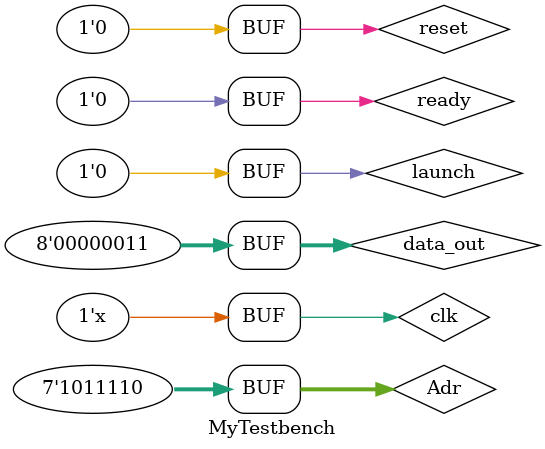
<source format=sv>
`timescale 1ns/1ns

module MyTestbench();

  logic        clk;
  logic        reset;
  logic	      launch;
  logic	[6:0]	Adr;
  logic [31:0]	distance;
  logic i2c_sda;
  logic i2c_scl;
  logic ready;
  logic [7:0] data_out;
  
/*module MySonarI2C(
	input logic clk,reset,launch,
	input logic [6:0] Adr,
	output logic [31:0] distance,
	inout i2c_sda,
	inout wire i2c_scl
);*/
  MySonarI2C dut(
		.ready(ready),
		.data_out(data_out),
   	.clk(clk),
    	.reset(reset),
		.launch(launch),
    	.Adr(Adr),
		.distance(distance),
		.i2c_sda(i2c_sda),
		.i2c_scl(i2c_scl));

	
//  // generate clock to sequence tests
  always #1 clk = ~clk;

  // initialize test
  initial
    begin
		//initialize
      reset = 1;
		clk = 0;
		launch = 0;
		Adr = 7'h5E;
		ready = 0;
		# 3;
		reset = 0;
		# 5;
		
		//Regselect
		launch = 1;
		# 5;
		launch = 0;
		#22;
		
		//35
		//CM
		ready = 1;
		#3;
		ready = 0;
		#22;
		//60
		
		//RegSelect
		ready = 1;
		#3;
		ready = 0;
		#22
		//85
		
		//Pause
		ready = 1;
		#3;
		ready =0;
		#47;
		//135
		
		//enter in read
		#25;
		//160
		
		//RegSelect
		data_out = 8'b01;
		ready = 1;
		#3;
		ready = 0;
		#22;
		//185
		
		//enter in read
		data_out = 8'b11;
		ready = 1;
		#3;
		ready = 0;
		#22;
		//210
		
		//S0
		ready = 1;
		#3;
		ready = 0;
		#22;
		//235
		
		//should end here		



    end

endmodule 
</source>
